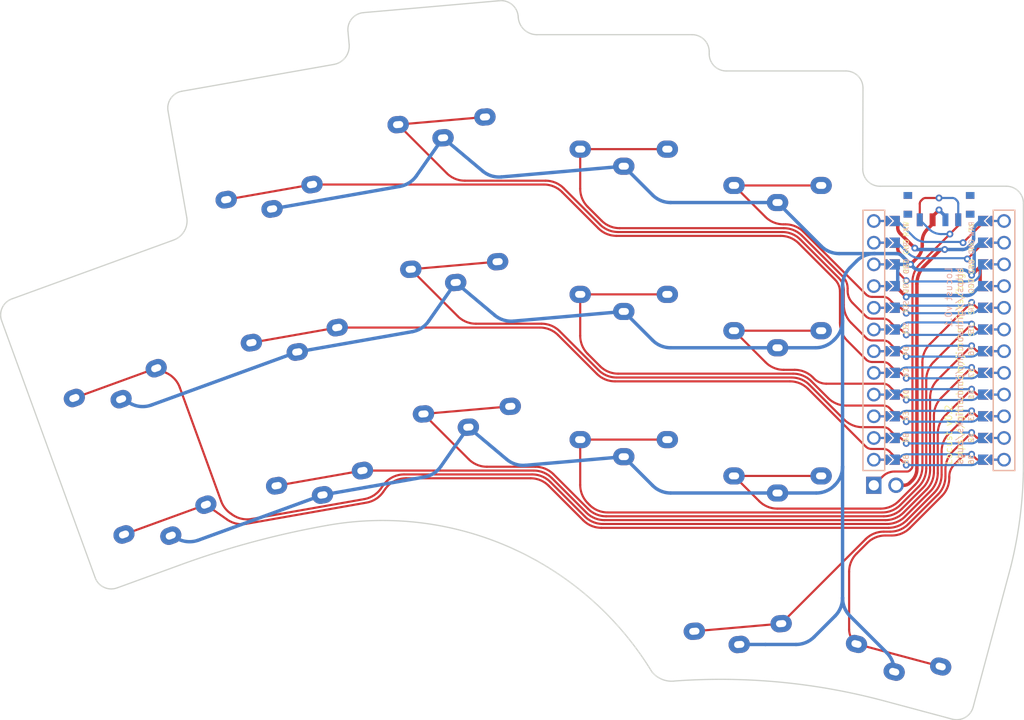
<source format=kicad_pcb>
(kicad_pcb (version 20210925) (generator pcbnew)
  (title_block (title "Cicada") (date "2021-10-04") (rev "0.1") (company "jmnw"))
  (layers (0 "F.Cu" signal) (31 "B.Cu" signal) (34 "B.Paste" user) (35 "F.Paste" user) (36 "B.SilkS" user "B.Silkscreen") (37 "F.SilkS" user "F.Silkscreen") (38 "B.Mask" user) (39 "F.Mask" user) (44 "Edge.Cuts" user))
  (net 0 "")
  (net 1 "unconnected-(PSW1-Pad3)")
  (net 2 "switch1")
  (net 3 "switch2")
  (net 4 "switch3")
  (net 5 "switch4")
  (net 6 "switch5")
  (net 7 "switch6")
  (net 8 "switch7")
  (net 9 "switch8")
  (net 10 "switch9")
  (net 11 "switch10")
  (net 12 "switch11")
  (net 13 "switch12")
  (net 14 "switch13")
  (net 15 "switch14")
  (net 16 "switch15")
  (net 17 "unconnected-(U1-Pad22)")
  (net 18 "unconnected-(U1-Pad2)")
  (net 19 "GND")
  (net 20 "VCC")
  (net 21 "Net-(BT1-Pad2)")
  (net 22 "raw")
  (net 23 "switch16")
  (net 24 "unconnected-(U1-Pad1)")
  (footprint "bugs:Choc_reversible" (layer "F.Cu") (at 60.299422 62.293319 10)
    (fp_text reference "SW2" hide)
    (fp_text value "SW_PUSH" hide)
  )
  (footprint "bugs:Choc_reversible" (layer "F.Cu") (at 80.824518 53.902315 5)
    (fp_text reference "SW3" hide)
    (fp_text value "SW_PUSH" hide)
  )
  (footprint "bugs:Choc_reversible" (layer "F.Cu") (at 102.494858 57.206343)
    (fp_text reference "SW4" hide)
    (fp_text value "SW_PUSH" hide)
  )
  (footprint "bugs:Choc_reversible" (layer "F.Cu") (at 120.494864 61.456344)
    (fp_text reference "SW5" hide)
    (fp_text value "SW_PUSH" hide)
  )
  (footprint "bugs:Choc_reversible" (layer "F.Cu") (at 63.251441 79.035053 10)
    (fp_text reference "SW7" hide)
    (fp_text value "SW_PUSH" hide)
  )
  (footprint "bugs:Choc_reversible" (layer "F.Cu") (at 82.306167 70.837623 5)
    (fp_text reference "SW8" hide)
    (fp_text value "SW_PUSH" hide)
  )
  (footprint "bugs:Choc_reversible" (layer "F.Cu") (at 102.494871 74.206343)
    (fp_text reference "SW9" hide)
    (fp_text value "SW_PUSH" hide)
  )
  (footprint "bugs:Choc_reversible" (layer "F.Cu") (at 120.494865 78.456346)
    (fp_text reference "SW10" hide)
    (fp_text value "SW_PUSH" hide)
  )
  (footprint "bugs:Choc_reversible" (layer "F.Cu") (at 66.203461 95.776792 10)
    (fp_text reference "SW11" hide)
    (fp_text value "SW_PUSH" hide)
  )
  (footprint "bugs:Choc_reversible" (layer "F.Cu") (at 83.787804 87.772947 5)
    (fp_text reference "SW12" hide)
    (fp_text value "SW_PUSH" hide)
  )
  (footprint "bugs:Choc_reversible" (layer "F.Cu") (at 102.49487 91.206341)
    (fp_text reference "SW13" hide)
    (fp_text value "SW_PUSH" hide)
  )
  (footprint "bugs:Choc_reversible" (layer "F.Cu") (at 115.493093 113.208478 5)
    (fp_text reference "SW15" hide)
    (fp_text value "SW_PUSH" hide)
  )
  (footprint "bugs:Choc_reversible" (layer "F.Cu") (at 135.672819 116.579878 -15)
    (fp_text reference "SW16" hide)
    (fp_text value "SW_PUSH" hide)
  )
  (footprint "bugs:ProMicro_jumpers" (layer "F.Cu") (at 139.384867 83.486346)
    (fp_text reference "U1" hide)
    (fp_text value "ProMicro")
  )
  (footprint "bugs:Choc_reversible" (layer "F.Cu") (at 47.451839 100.801167 20)
    (fp_text reference "SW6" hide)
    (fp_text value "SW_PUSH" hide)
  )
  (footprint "bugs:Choc_reversible" (layer "F.Cu") (at 41.637494 84.8264 20)
    (fp_text reference "SW1" hide)
    (fp_text value "SW_PUSH" hide)
  )
  (footprint "bugs:Battery_holes" (layer "F.Cu") (at 133.062606 100.452098 180)
    (fp_text reference "BT1" hide)
    (fp_text value "Battery_Cell")
  )
  (footprint "bugs:Choc_reversible" (layer "F.Cu") (at 120.494867 95.456346)
    (fp_text reference "SW14" hide)
    (fp_text value "SW_PUSH" hide)
  )
  (footprint "bugs:Power_reversible" (layer "F.Cu") (at 139.393341 67.623157 180)
    (fp_text reference "PSW1" hide)
    (fp_text value "SW_SPDT")
  )
  (gr_arc (start 85.545766 205.46248) (end 67.853328 105.132673) (angle -9.999121664) (layer "Edge.Cuts") (width 0.15))
  (gr_line (start 30.870328 78.635657) (end 49.806346 71.743508) (layer "Edge.Cuts") (width 0.15))
  (gr_line (start 50.701495 109.728636) (end 43.183183 112.464287) (layer "Edge.Cuts") (width 0.15))
  (gr_arc (start 72.200655 47.117941) (end 72.026343 45.125546) (angle -90) (layer "Edge.Cuts") (width 0.15))
  (gr_arc (start 99.35345 97.913162) (end 147.791847 109.99194) (angle -14.00185829) (layer "Edge.Cuts") (width 0.15))
  (gr_arc (start 147.275269 67.44594) (end 149.275272 67.445943) (angle -90) (layer "Edge.Cuts") (width 0.15))
  (gr_line (start 112.494884 49.706792) (end 112.495279 49.955936) (layer "Edge.Cuts") (width 0.15))
  (gr_line (start 133.214281 125.755736) (end 140.941679 127.826285) (layer "Edge.Cuts") (width 0.15))
  (gr_line (start 90.13216 45.549137) (end 90.146627 45.714507) (layer "Edge.Cuts") (width 0.15))
  (gr_arc (start 51.118287 56.296082) (end 50.770987 54.326467) (angle -90) (layer "Edge.Cuts") (width 0.15))
  (gr_arc (start 68.174652 49.041445) (end 68.553662 51.190899) (angle -84.99985992) (layer "Edge.Cuts") (width 0.15))
  (gr_line (start 132.469399 65.445933) (end 147.275272 65.445947) (layer "Edge.Cuts") (width 0.15))
  (gr_arc (start 113.817045 197.142315) (end 108.351573 123.36952) (angle 19.43846695) (layer "Edge.Cuts") (width 0.15))
  (gr_arc (start 31.554358 80.51505) (end 30.870328 78.635657) (angle -90) (layer "Edge.Cuts") (width 0.15))
  (gr_line (start 114.495282 51.955942) (end 128.49506 51.956155) (layer "Edge.Cuts") (width 0.15))
  (gr_arc (start 141.459322 125.894435) (end 140.941679 127.826285) (angle -90) (layer "Edge.Cuts") (width 0.15))
  (gr_line (start 143.391173 126.412071) (end 147.791847 109.99194) (layer "Edge.Cuts") (width 0.15))
  (gr_arc (start 128.49506 53.956159) (end 130.495061 53.956158) (angle -90) (layer "Edge.Cuts") (width 0.15))
  (gr_arc (start 42.499142 110.5849) (end 40.619755 111.268942) (angle -90) (layer "Edge.Cuts") (width 0.15))
  (gr_line (start 149.275272 67.445943) (end 149.275145 97.913218) (layer "Edge.Cuts") (width 0.15))
  (gr_arc (start 114.495275 49.955942) (end 112.495279 49.955936) (angle -90) (layer "Edge.Cuts") (width 0.15))
  (gr_line (start 92.320939 47.706891) (end 110.494885 47.706788) (layer "Edge.Cuts") (width 0.15))
  (gr_arc (start 108.092905 120.413812) (end 105.785147 122.286285) (angle -55.94629929) (layer "Edge.Cuts") (width 0.15))
  (gr_arc (start 92.320931 45.524275) (end 90.146627 45.714507) (angle -85.00013873) (layer "Edge.Cuts") (width 0.15))
  (gr_line (start 51.338431 69.089856) (end 49.148665 56.643377) (layer "Edge.Cuts") (width 0.15))
  (gr_arc (start 48.991138 69.503748) (end 49.806346 71.743508) (angle -79.99998711) (layer "Edge.Cuts") (width 0.15))
  (gr_arc (start 88.139767 45.723447) (end 90.13216 45.549137) (angle -90) (layer "Edge.Cuts") (width 0.15))
  (gr_line (start 29.674964 81.199082) (end 40.619755 111.268942) (layer "Edge.Cuts") (width 0.15))
  (gr_arc (start 74.261808 141.477749) (end 105.785147 122.286285) (angle -68.66666424) (layer "Edge.Cuts") (width 0.15))
  (gr_line (start 70.208269 47.292251) (end 70.348963 48.851219) (layer "Edge.Cuts") (width 0.15))
  (gr_line (start 72.026343 45.125546) (end 87.965461 43.731057) (layer "Edge.Cuts") (width 0.15))
  (gr_line (start 50.770987 54.326467) (end 68.553662 51.190899) (layer "Edge.Cuts") (width 0.15))
  (gr_arc (start 110.494887 49.706785) (end 112.494884 49.706792) (angle -90) (layer "Edge.Cuts") (width 0.15))
  (gr_line (start 130.495061 53.956158) (end 130.469401 63.445945) (layer "Edge.Cuts") (width 0.15))
  (gr_arc (start 132.469403 63.445942) (end 130.469401 63.445945) (angle -90) (layer "Edge.Cuts") (width 0.15))
  (gr_text "Locust v0.1\nhttps://github.com/jimmerricks/bugs" (at 141.170001 74.890001 90) (layer "B.SilkS") (effects (font (size 0.8 0.8) (thickness 0.1)) (justify left mirror)))
  (gr_text "Locust v0.2\nhttps://github.com/jimmerricks/bugs" (at 141.17 98.11 90) (layer "F.SilkS") (effects (font (size 0.8 0.8) (thickness 0.1)) (justify left)))
  (segment (start 137.143344 67.500121) (end 137.143343 69.373158) (width 0.25) (layer "F.Cu") (net 1))
  (segment (start 139.393348 66.823157) (end 137.82031 66.823155) (width 0.25) (layer "F.Cu") (net 1))
  (segment (start 137.466756 66.969603) (end 137.289791 67.146569) (width 0.25) (layer "F.Cu") (net 1))
  (via (at 139.393348 66.823157) (size 0.8) (drill 0.4) (layers "F.Cu" "B.Cu") (net 1))
  (arc (start 137.466756 66.969603) (mid 137.62897 66.861216) (end 137.82031 66.823155) (width 0.25) (layer "F.Cu") (net 1))
  (arc (start 137.143344 67.500121) (mid 137.181405 67.30878) (end 137.289791 67.146569) (width 0.25) (layer "F.Cu") (net 1))
  (segment (start 141.332769 66.969605) (end 141.496901 67.133737) (width 0.25) (layer "B.Cu") (net 1))
  (segment (start 141.643346 67.487288) (end 141.643347 69.37316) (width 0.25) (layer "B.Cu") (net 1))
  (segment (start 139.393348 66.823157) (end 140.979213 66.823157) (width 0.25) (layer "B.Cu") (net 1))
  (arc (start 140.979213 66.823157) (mid 141.170557 66.861216) (end 141.332769 66.969605) (width 0.25) (layer "B.Cu") (net 1))
  (arc (start 141.643346 67.487288) (mid 141.605284 67.295948) (end 141.496901 67.133737) (width 0.25) (layer "B.Cu") (net 1))
  (segment (start 140.126789 92.285416) (end 143.21086 89.201347) (width 0.25) (layer "F.Cu") (net 2))
  (segment (start 58.927691 104.395674) (end 72.126933 102.068293) (width 0.25) (layer "F.Cu") (net 2))
  (segment (start 144.210863 89.836346) (end 143.949413 89.836346) (width 0.25) (layer "F.Cu") (net 2))
  (segment (start 138.369429 101.158144) (end 135.4244 104.103173) (width 0.25) (layer "F.Cu") (net 2))
  (segment (start 93.892567 100.060133) (end 97.935604 104.103172) (width 0.25) (layer "F.Cu") (net 2))
  (segment (start 74.063446 100.834596) (end 74.325236 100.460724) (width 0.25) (layer "F.Cu") (net 2))
  (segment (start 76.782691 99.181453) (end 91.771246 99.181454) (width 0.25) (layer "F.Cu") (net 2))
  (segment (start 48.970868 87.309762) (end 47.763805 86.7469) (width 0.25) (layer "F.Cu") (net 2))
  (segment (start 143.772639 89.763123) (end 143.21086 89.201347) (width 0.25) (layer "F.Cu") (net 2))
  (segment (start 38.17894 90.235505) (end 47.763806 86.746899) (width 0.25) (layer "F.Cu") (net 2))
  (segment (start 139.24811 99.036824) (end 139.248107 94.40674) (width 0.25) (layer "F.Cu") (net 2))
  (segment (start 55.36646 102.31242) (end 50.522093 89.002625) (width 0.25) (layer "F.Cu") (net 2))
  (segment (start 133.303081 104.981854) (end 100.056923 104.981852) (width 0.25) (layer "F.Cu") (net 2))
  (segment (start 56.464811 103.743817) (end 56.686018 103.898707) (width 0.25) (layer "F.Cu") (net 2))
  (via (at 143.21086 89.201347) (size 0.8) (drill 0.4) (layers "F.Cu" "B.Cu") (net 2))
  (arc (start 139.24811 99.036824) (mid 139.01975 100.184876) (end 138.369429 101.158144) (width 0.25) (layer "F.Cu") (net 2))
  (arc (start 56.686018 103.898707) (mid 57.757428 104.37014) (end 58.927691 104.395674) (width 0.25) (layer "F.Cu") (net 2))
  (arc (start 74.325236 100.460724) (mid 75.397446 99.52042) (end 76.782691 99.181453) (width 0.25) (layer "F.Cu") (net 2))
  (arc (start 143.949413 89.836346) (mid 143.853745 89.817317) (end 143.772639 89.763123) (width 0.25) (layer "F.Cu") (net 2))
  (arc (start 55.36646 102.31242) (mid 55.805479 103.112645) (end 56.464811 103.743817) (width 0.25) (layer "F.Cu") (net 2))
  (arc (start 97.935604 104.103172) (mid 98.908873 104.753492) (end 100.056923 104.981852) (width 0.25) (layer "F.Cu") (net 2))
  (arc (start 91.771246 99.181454) (mid 92.919299 99.409816) (end 93.892567 100.060133) (width 0.25) (layer "F.Cu") (net 2))
  (arc (start 139.248107 94.40674) (mid 139.47647 93.258691) (end 140.126789 92.285416) (width 0.25) (layer "F.Cu") (net 2))
  (arc (start 72.126933 102.068293) (mid 73.217888 101.644043) (end 74.063446 100.834596) (width 0.25) (layer "F.Cu") (net 2))
  (arc (start 135.4244 104.103173) (mid 134.451131 104.753493) (end 133.303081 104.981854) (width 0.25) (layer "F.Cu") (net 2))
  (arc (start 48.970868 87.309762) (mid 49.914846 88.001914) (end 50.522093 89.002625) (width 0.25) (layer "F.Cu") (net 2))
  (segment (start 134.900971 89.494241) (end 134.558865 89.836344) (width 0.25) (layer "B.Cu") (net 2))
  (segment (start 143.21086 89.201347) (end 135.608076 89.201346) (width 0.25) (layer "B.Cu") (net 2))
  (arc (start 134.900971 89.494241) (mid 135.225393 89.277468) (end 135.608076 89.201346) (width 0.25) (layer "B.Cu") (net 2))
  (segment (start 127.80003 77.78677) (end 127.800027 81.428546) (width 0.25) (layer "F.Cu") (net 3))
  (segment (start 134.99709 87.369571) (end 135.558862 87.931343) (width 0.25) (layer "F.Cu") (net 3))
  (segment (start 134.558865 87.296345) (end 134.820312 87.296345) (width 0.25) (layer "F.Cu") (net 3))
  (segment (start 134.558862 87.296345) (end 133.576601 86.314083) (width 0.25) (layer "F.Cu") (net 3))
  (segment (start 99.523606 70.377928) (end 95.272822 66.127143) (width 0.25) (layer "F.Cu") (net 3))
  (segment (start 93.151502 65.248463) (end 65.999167 65.248463) (width 0.25) (layer "F.Cu") (net 3))
  (segment (start 120.855653 71.256608) (end 101.644927 71.256607) (width 0.25) (layer "F.Cu") (net 3))
  (segment (start 127.214244 76.372557) (end 122.976974 72.135287) (width 0.25) (layer "F.Cu") (net 3))
  (segment (start 130.857138 85.728294) (end 128.678709 83.549869) (width 0.25) (layer "F.Cu") (net 3))
  (segment (start 132.869496 86.02119) (end 131.564244 86.021187) (width 0.25) (layer "F.Cu") (net 3))
  (segment (start 55.954134 67.019676) (end 65.99917 65.248462) (width 0.25) (layer "F.Cu") (net 3))
  (via (at 135.558862 87.931343) (size 0.8) (drill 0.4) (layers "F.Cu" "B.Cu") (net 3))
  (arc (start 127.214244 76.372557) (mid 127.647788 77.021403) (end 127.80003 77.78677) (width 0.25) (layer "F.Cu") (net 3))
  (arc (start 95.272822 66.127143) (mid 94.299556 65.476826) (end 93.151502 65.248463) (width 0.25) (layer "F.Cu") (net 3))
  (arc (start 133.576601 86.314083) (mid 133.252178 86.097312) (end 132.869496 86.02119) (width 0.25) (layer "F.Cu") (net 3))
  (arc (start 131.564244 86.021187) (mid 131.181561 85.945067) (end 130.857138 85.728294) (width 0.25) (layer "F.Cu") (net 3))
  (arc (start 101.644927 71.256607) (mid 100.496876 71.028248) (end 99.523606 70.377928) (width 0.25) (layer "F.Cu") (net 3))
  (arc (start 134.820312 87.296345) (mid 134.915983 87.315376) (end 134.99709 87.369571) (width 0.25) (layer "F.Cu") (net 3))
  (arc (start 122.976974 72.135287) (mid 122.003702 71.484968) (end 120.855653 71.256608) (width 0.25) (layer "F.Cu") (net 3))
  (arc (start 128.678709 83.549869) (mid 128.028391 82.576598) (end 127.800027 81.428546) (width 0.25) (layer "F.Cu") (net 3))
  (segment (start 135.558862 87.931343) (end 143.161652 87.931345) (width 0.25) (layer "B.Cu") (net 3))
  (segment (start 143.868759 87.638451) (end 144.210864 87.296344) (width 0.25) (layer "B.Cu") (net 3))
  (arc (start 143.868759 87.638451) (mid 143.544336 87.855223) (end 143.161652 87.931345) (width 0.25) (layer "B.Cu") (net 3))
  (segment (start 130.877138 83.208297) (end 129.128229 81.45939) (width 0.25) (layer "F.Cu") (net 4))
  (segment (start 93.337701 64.798945) (end 83.893447 64.798948) (width 0.25) (layer "F.Cu") (net 4))
  (segment (start 127.663763 76.186357) (end 123.163174 71.685769) (width 0.25) (layer "F.Cu") (net 4))
  (segment (start 134.55886 84.756344) (end 134.820311 84.756345) (width 0.25) (layer "F.Cu") (net 4))
  (segment (start 121.041851 70.807088) (end 101.831128 70.807087) (width 0.25) (layer "F.Cu") (net 4))
  (segment (start 133.596599 83.794084) (end 133.596603 83.794083) (width 0.25) (layer "F.Cu") (net 4))
  (segment (start 128.249548 79.33807) (end 128.249549 77.600571) (width 0.25) (layer "F.Cu") (net 4))
  (segment (start 134.997089 84.829566) (end 135.558862 85.391343) (width 0.25) (layer "F.Cu") (net 4))
  (segment (start 76.083835 58.231969) (end 86.245019 57.342981) (width 0.25) (layer "F.Cu") (net 4))
  (segment (start 133.596603 83.794083) (end 134.558866 84.756344) (width 0.25) (layer "F.Cu") (net 4))
  (segment (start 99.709806 69.928408) (end 95.459022 65.677625) (width 0.25) (layer "F.Cu") (net 4))
  (segment (start 132.889492 83.501189) (end 131.584243 83.501189) (width 0.25) (layer "F.Cu") (net 4))
  (segment (start 81.772124 63.920267) (end 76.083832 58.23197) (width 0.25) (layer "F.Cu") (net 4))
  (via (at 135.558862 85.391343) (size 0.8) (drill 0.4) (layers "F.Cu" "B.Cu") (net 4))
  (arc (start 83.893447 64.798948) (mid 82.745396 64.570587) (end 81.772124 63.920267) (width 0.25) (layer "F.Cu") (net 4))
  (arc (start 129.128229 81.45939) (mid 128.47791 80.486119) (end 128.249548 79.33807) (width 0.25) (layer "F.Cu") (net 4))
  (arc (start 127.663763 76.186357) (mid 128.097306 76.835203) (end 128.249549 77.600571) (width 0.25) (layer "F.Cu") (net 4))
  (arc (start 95.459022 65.677625) (mid 94.485754 65.027306) (end 93.337701 64.798945) (width 0.25) (layer "F.Cu") (net 4))
  (arc (start 123.163174 71.685769) (mid 122.189903 71.035448) (end 121.041851 70.807088) (width 0.25) (layer "F.Cu") (net 4))
  (arc (start 131.584243 83.501189) (mid 131.201561 83.425068) (end 130.877138 83.208297) (width 0.25) (layer "F.Cu") (net 4))
  (arc (start 133.596599 83.794084) (mid 133.272177 83.577311) (end 132.889492 83.501189) (width 0.25) (layer "F.Cu") (net 4))
  (arc (start 134.997089 84.829566) (mid 134.915983 84.775374) (end 134.820311 84.756345) (width 0.25) (layer "F.Cu") (net 4))
  (arc (start 101.831128 70.807087) (mid 100.683075 70.578725) (end 99.709806 69.928408) (width 0.25) (layer "F.Cu") (net 4))
  (segment (start 135.558862 85.391343) (end 143.161649 85.391347) (width 0.25) (layer "B.Cu") (net 4))
  (segment (start 143.868756 85.098452) (end 144.210862 84.756343) (width 0.25) (layer "B.Cu") (net 4))
  (arc (start 143.161649 85.391347) (mid 143.544333 85.315227) (end 143.868756 85.098452) (width 0.25) (layer "B.Cu") (net 4))
  (segment (start 129.284857 79.116015) (end 130.827135 80.658295) (width 0.25) (layer "F.Cu") (net 5))
  (segment (start 102.017324 70.357568) (end 121.228049 70.357566) (width 0.25) (layer "F.Cu") (net 5))
  (segment (start 134.997084 82.289569) (end 135.558863 82.851348) (width 0.25) (layer "F.Cu") (net 5))
  (segment (start 97.39486 61.10634) (end 107.594856 61.106339) (width 0.25) (layer "F.Cu") (net 5))
  (segment (start 128.699069 77.414375) (end 128.699069 77.701805) (width 0.25) (layer "F.Cu") (net 5))
  (segment (start 123.349371 71.236246) (end 128.113283 76.000161) (width 0.25) (layer "F.Cu") (net 5))
  (segment (start 98.273535 67.856419) (end 99.896001 69.478886) (width 0.25) (layer "F.Cu") (net 5))
  (segment (start 131.534243 80.951189) (end 132.879496 80.95119) (width 0.25) (layer "F.Cu") (net 5))
  (segment (start 133.586603 81.244082) (end 134.558866 82.216346) (width 0.25) (layer "F.Cu") (net 5))
  (segment (start 97.394856 61.106346) (end 97.394856 65.735099) (width 0.25) (layer "F.Cu") (net 5))
  (segment (start 134.558864 82.216346) (end 134.820308 82.216346) (width 0.25) (layer "F.Cu") (net 5))
  (via (at 135.558863 82.851348) (size 0.8) (drill 0.4) (layers "F.Cu" "B.Cu") (net 5))
  (arc (start 132.879496 80.95119) (mid 133.262178 81.027309) (end 133.586603 81.244082) (width 0.25) (layer "F.Cu") (net 5))
  (arc (start 99.896001 69.478886) (mid 100.869272 70.129205) (end 102.017324 70.357568) (width 0.25) (layer "F.Cu") (net 5))
  (arc (start 134.997084 82.289569) (mid 134.91598 82.235375) (end 134.820308 82.216346) (width 0.25) (layer "F.Cu") (net 5))
  (arc (start 97.394856 65.735099) (mid 97.623217 66.883147) (end 98.273535 67.856419) (width 0.25) (layer "F.Cu") (net 5))
  (arc (start 128.699069 77.414375) (mid 128.546828 76.649007) (end 128.113283 76.000161) (width 0.25) (layer "F.Cu") (net 5))
  (arc (start 130.827135 80.658295) (mid 131.151558 80.875069) (end 131.534243 80.951189) (width 0.25) (layer "F.Cu") (net 5))
  (arc (start 121.228049 70.357566) (mid 122.376101 70.585929) (end 123.349371 71.236246) (width 0.25) (layer "F.Cu") (net 5))
  (arc (start 128.699069 77.701805) (mid 128.851312 78.467171) (end 129.284857 79.116015) (width 0.25) (layer "F.Cu") (net 5))
  (segment (start 135.558863 82.851348) (end 143.161649 82.851346) (width 0.25) (layer "B.Cu") (net 5))
  (segment (start 143.868756 82.558453) (end 144.210863 82.216345) (width 0.25) (layer "B.Cu") (net 5))
  (arc (start 143.868756 82.558453) (mid 143.544332 82.775225) (end 143.161649 82.851346) (width 0.25) (layer "B.Cu") (net 5))
  (segment (start 132.869493 78.401189) (end 131.564241 78.401187) (width 0.25) (layer "F.Cu") (net 6))
  (segment (start 134.558864 79.676345) (end 133.576599 78.694081) (width 0.25) (layer "F.Cu") (net 6))
  (segment (start 121.414247 69.908048) (end 121.189208 69.908049) (width 0.25) (layer "F.Cu") (net 6))
  (segment (start 119.067886 69.029368) (end 115.394863 65.356344) (width 0.25) (layer "F.Cu") (net 6))
  (segment (start 130.857133 78.108295) (end 123.535566 70.786729) (width 0.25) (layer "F.Cu") (net 6))
  (segment (start 115.394862 65.356343) (end 125.594862 65.356345) (width 0.25) (layer "F.Cu") (net 6))
  (segment (start 134.997083 79.74957) (end 135.558864 80.311343) (width 0.25) (layer "F.Cu") (net 6))
  (segment (start 134.55886 79.676345) (end 134.820309 79.676348) (width 0.25) (layer "F.Cu") (net 6))
  (via (at 135.558864 80.311343) (size 0.8) (drill 0.4) (layers "F.Cu" "B.Cu") (net 6))
  (arc (start 121.414247 69.908048) (mid 122.562299 70.13641) (end 123.535566 70.786729) (width 0.25) (layer "F.Cu") (net 6))
  (arc (start 133.576599 78.694081) (mid 133.252176 78.477309) (end 132.869493 78.401189) (width 0.25) (layer "F.Cu") (net 6))
  (arc (start 119.067886 69.029368) (mid 120.041157 69.679686) (end 121.189208 69.908049) (width 0.25) (layer "F.Cu") (net 6))
  (arc (start 131.564241 78.401187) (mid 131.181558 78.325066) (end 130.857133 78.108295) (width 0.25) (layer "F.Cu") (net 6))
  (arc (start 134.997083 79.74957) (mid 134.915977 79.695378) (end 134.820309 79.676348) (width 0.25) (layer "F.Cu") (net 6))
  (segment (start 143.868757 80.018452) (end 144.210862 79.676345) (width 0.25) (layer "B.Cu") (net 6))
  (segment (start 135.558864 80.311343) (end 143.161647 80.311347) (width 0.25) (layer "B.Cu") (net 6))
  (arc (start 143.161647 80.311347) (mid 143.544335 80.235228) (end 143.868757 80.018452) (width 0.25) (layer "B.Cu") (net 6))
  (segment (start 58.308595 104.961293) (end 72.388359 102.478651) (width 0.25) (layer "F.Cu") (net 7))
  (segment (start 99.870727 105.431373) (end 133.489279 105.431373) (width 0.25) (layer "F.Cu") (net 7))
  (segment (start 143.210864 91.741346) (end 140.576304 94.375905) (width 0.25) (layer "F.Cu") (net 7))
  (segment (start 74.324874 101.244956) (end 74.558431 100.9114) (width 0.25) (layer "F.Cu") (net 7))
  (segment (start 53.57815 102.721665) (end 56.066925 104.464325) (width 0.25) (layer "F.Cu") (net 7))
  (segment (start 144.210865 92.376348) (end 143.949416 92.376345) (width 0.25) (layer "F.Cu") (net 7))
  (segment (start 53.57815 102.721665) (end 43.993283 106.210273) (width 0.25) (layer "F.Cu") (net 7))
  (segment (start 135.610601 104.552692) (end 138.818947 101.344346) (width 0.25) (layer "F.Cu") (net 7))
  (segment (start 139.697625 99.223028) (end 139.697625 96.497225) (width 0.25) (layer "F.Cu") (net 7))
  (segment (start 93.707519 100.510806) (end 97.749406 104.552692) (width 0.25) (layer "F.Cu") (net 7))
  (segment (start 53.58919 102.717648) (end 53.57815 102.721667) (width 0.25) (layer "F.Cu") (net 7))
  (segment (start 77.015888 99.632127) (end 91.586199 99.632128) (width 0.25) (layer "F.Cu") (net 7))
  (segment (start 143.77264 92.303122) (end 143.210864 91.741346) (width 0.25) (layer "F.Cu") (net 7))
  (via (at 143.210864 91.741346) (size 0.8) (drill 0.4) (layers "F.Cu" "B.Cu") (net 7))
  (arc (start 139.697625 96.497225) (mid 139.925987 95.349174) (end 140.576304 94.375905) (width 0.25) (layer "F.Cu") (net 7))
  (arc (start 91.586199 99.632128) (mid 92.73425 99.86049) (end 93.707519 100.510806) (width 0.25) (layer "F.Cu") (net 7))
  (arc (start 139.697625 99.223028) (mid 139.469267 100.371077) (end 138.818947 101.344346) (width 0.25) (layer "F.Cu") (net 7))
  (arc (start 74.558431 100.9114) (mid 75.630642 99.971097) (end 77.015888 99.632127) (width 0.25) (layer "F.Cu") (net 7))
  (arc (start 72.388359 102.478651) (mid 73.479316 102.054402) (end 74.324874 101.244956) (width 0.25) (layer "F.Cu") (net 7))
  (arc (start 143.77264 92.303122) (mid 143.853746 92.357315) (end 143.949416 92.376345) (width 0.25) (layer "F.Cu") (net 7))
  (arc (start 97.749406 104.552692) (mid 98.722675 105.203012) (end 99.870727 105.431373) (width 0.25) (layer "F.Cu") (net 7))
  (arc (start 133.489279 105.431373) (mid 134.637331 105.20301) (end 135.610601 104.552692) (width 0.25) (layer "F.Cu") (net 7))
  (arc (start 56.066925 104.464325) (mid 57.138333 104.935757) (end 58.308595 104.961293) (width 0.25) (layer "F.Cu") (net 7))
  (segment (start 143.210864 91.741346) (end 135.608075 91.741346) (width 0.25) (layer "B.Cu") (net 7))
  (segment (start 134.90097 92.034235) (end 134.55886 92.376342) (width 0.25) (layer "B.Cu") (net 7))
  (arc (start 135.608075 91.741346) (mid 135.225394 91.817464) (end 134.90097 92.034235) (width 0.25) (layer "B.Cu") (net 7))
  (segment (start 130.807138 95.908295) (end 124.064124 89.165287) (width 0.25) (layer "F.Cu") (net 8))
  (segment (start 58.90615 83.761413) (end 68.951187 81.990204) (width 0.25) (layer "F.Cu") (net 8))
  (segment (start 92.68324 81.990198) (end 68.951188 81.990199) (width 0.25) (layer "F.Cu") (net 8))
  (segment (start 99.343606 87.407926) (end 94.804558 82.868878) (width 0.25) (layer "F.Cu") (net 8))
  (segment (start 134.558866 97.456347) (end 133.596599 96.494081) (width 0.25) (layer "F.Cu") (net 8))
  (segment (start 121.942804 88.286608) (end 101.464928 88.286608) (width 0.25) (layer "F.Cu") (net 8))
  (segment (start 134.55886 97.456342) (end 134.820307 97.456344) (width 0.25) (layer "F.Cu") (net 8))
  (segment (start 134.997084 97.529567) (end 135.558861 98.091344) (width 0.25) (layer "F.Cu") (net 8))
  (segment (start 132.889491 96.201189) (end 131.514242 96.201189) (width 0.25) (layer "F.Cu") (net 8))
  (via (at 135.558861 98.091344) (size 0.8) (drill 0.4) (layers "F.Cu" "B.Cu") (net 8))
  (arc (start 134.997084 97.529567) (mid 134.915978 97.475375) (end 134.820307 97.456344) (width 0.25) (layer "F.Cu") (net 8))
  (arc (start 92.68324 81.990198) (mid 93.831288 82.218559) (end 94.804558 82.868878) (width 0.25) (layer "F.Cu") (net 8))
  (arc (start 132.889491 96.201189) (mid 133.272176 96.277307) (end 133.596599 96.494081) (width 0.25) (layer "F.Cu") (net 8))
  (arc (start 130.807138 95.908295) (mid 131.131557 96.125067) (end 131.514242 96.201189) (width 0.25) (layer "F.Cu") (net 8))
  (arc (start 121.942804 88.286608) (mid 123.090856 88.514969) (end 124.064124 89.165287) (width 0.25) (layer "F.Cu") (net 8))
  (arc (start 101.464928 88.286608) (mid 100.316877 88.058244) (end 99.343606 87.407926) (width 0.25) (layer "F.Cu") (net 8))
  (segment (start 135.558861 98.091344) (end 143.161648 98.091346) (width 0.25) (layer "B.Cu") (net 8))
  (segment (start 143.868754 97.798453) (end 144.210862 97.456346) (width 0.25) (layer "B.Cu") (net 8))
  (arc (start 143.161648 98.091346) (mid 143.544333 98.015226) (end 143.868754 97.798453) (width 0.25) (layer "B.Cu") (net 8))
  (segment (start 101.651126 87.837086) (end 122.129001 87.837085) (width 0.25) (layer "F.Cu") (net 9))
  (segment (start 77.565482 75.16728) (end 87.726667 74.278291) (width 0.25) (layer "F.Cu") (net 9))
  (segment (start 77.565482 75.16728) (end 77.565483 75.167277) (width 0.25) (layer "F.Cu") (net 9))
  (segment (start 124.250324 88.715764) (end 128.307065 92.772508) (width 0.25) (layer "F.Cu") (net 9))
  (segment (start 133.586602 93.944082) (end 134.558864 94.916345) (width 0.25) (layer "F.Cu") (net 9))
  (segment (start 94.990762 82.419361) (end 99.529807 86.958407) (width 0.25) (layer "F.Cu") (net 9))
  (segment (start 130.428387 93.651191) (end 132.879497 93.65119) (width 0.25) (layer "F.Cu") (net 9))
  (segment (start 134.997088 94.989567) (end 135.558863 95.551343) (width 0.25) (layer "F.Cu") (net 9))
  (segment (start 85.181528 81.540682) (end 92.86944 81.540683) (width 0.25) (layer "F.Cu") (net 9))
  (segment (start 134.558866 94.916343) (end 134.820311 94.916343) (width 0.25) (layer "F.Cu") (net 9))
  (segment (start 77.565483 75.167277) (end 83.060206 80.662003) (width 0.25) (layer "F.Cu") (net 9))
  (via (at 135.558863 95.551343) (size 0.8) (drill 0.4) (layers "F.Cu" "B.Cu") (net 9))
  (arc (start 134.997088 94.989567) (mid 134.915982 94.935374) (end 134.820311 94.916343) (width 0.25) (layer "F.Cu") (net 9))
  (arc (start 128.307065 92.772508) (mid 129.280337 93.422829) (end 130.428387 93.651191) (width 0.25) (layer "F.Cu") (net 9))
  (arc (start 92.86944 81.540683) (mid 94.017491 81.769044) (end 94.990762 82.419361) (width 0.25) (layer "F.Cu") (net 9))
  (arc (start 83.060206 80.662003) (mid 84.033478 81.312323) (end 85.181528 81.540682) (width 0.25) (layer "F.Cu") (net 9))
  (arc (start 122.129001 87.837085) (mid 123.277052 88.065446) (end 124.250324 88.715764) (width 0.25) (layer "F.Cu") (net 9))
  (arc (start 99.529807 86.958407) (mid 100.503077 87.608725) (end 101.651126 87.837086) (width 0.25) (layer "F.Cu") (net 9))
  (arc (start 132.879497 93.65119) (mid 133.262177 93.72731) (end 133.586602 93.944082) (width 0.25) (layer "F.Cu") (net 9))
  (segment (start 135.558863 95.551343) (end 143.161646 95.551348) (width 0.25) (layer "B.Cu") (net 9))
  (segment (start 143.868758 95.258449) (end 144.210864 94.91634) (width 0.25) (layer "B.Cu") (net 9))
  (arc (start 143.161646 95.551348) (mid 143.544333 95.475226) (end 143.868758 95.258449) (width 0.25) (layer "B.Cu") (net 9))
  (segment (start 133.596601 91.414084) (end 134.558862 92.376345) (width 0.25) (layer "F.Cu") (net 10))
  (segment (start 97.394869 78.106343) (end 97.394869 82.945113) (width 0.25) (layer "F.Cu") (net 10))
  (segment (start 128.534104 91.121189) (end 132.889494 91.121191) (width 0.25) (layer "F.Cu") (net 10))
  (segment (start 134.997085 92.449567) (end 135.558864 93.011341) (width 0.25) (layer "F.Cu") (net 10))
  (segment (start 97.394872 78.106339) (end 107.594868 78.10634) (width 0.25) (layer "F.Cu") (net 10))
  (segment (start 101.837321 87.387568) (end 122.315202 87.387567) (width 0.25) (layer "F.Cu") (net 10))
  (segment (start 124.436521 88.266246) (end 126.412786 90.242509) (width 0.25) (layer "F.Cu") (net 10))
  (segment (start 134.55886 92.376342) (end 134.820309 92.376343) (width 0.25) (layer "F.Cu") (net 10))
  (segment (start 98.273547 85.066434) (end 99.716003 86.508888) (width 0.25) (layer "F.Cu") (net 10))
  (via (at 135.558864 93.011341) (size 0.8) (drill 0.4) (layers "F.Cu" "B.Cu") (net 10))
  (arc (start 98.273547 85.066434) (mid 97.623229 84.093163) (end 97.394869 82.945113) (width 0.25) (layer "F.Cu") (net 10))
  (arc (start 101.837321 87.387568) (mid 100.689274 87.159207) (end 99.716003 86.508888) (width 0.25) (layer "F.Cu") (net 10))
  (arc (start 134.820309 92.376343) (mid 134.91598 92.395373) (end 134.997085 92.449567) (width 0.25) (layer "F.Cu") (net 10))
  (arc (start 133.596601 91.414084) (mid 133.272176 91.197311) (end 132.889494 91.121191) (width 0.25) (layer "F.Cu") (net 10))
  (arc (start 126.412786 90.242509) (mid 127.386055 90.892827) (end 128.534104 91.121189) (width 0.25) (layer "F.Cu") (net 10))
  (arc (start 122.315202 87.387567) (mid 123.463252 87.615928) (end 124.436521 88.266246) (width 0.25) (layer "F.Cu") (net 10))
  (segment (start 143.868755 92.718453) (end 144.210865 92.376348) (width 0.25) (layer "B.Cu") (net 10))
  (segment (start 135.558864 93.011341) (end 143.16165 93.011345) (width 0.25) (layer "B.Cu") (net 10))
  (arc (start 143.16165 93.011345) (mid 143.544334 92.935226) (end 143.868755 92.718453) (width 0.25) (layer "B.Cu") (net 10))
  (segment (start 124.622726 87.816729) (end 124.781395 87.975402) (width 0.25) (layer "F.Cu") (net 11))
  (segment (start 133.576603 88.854081) (end 134.558866 89.836345) (width 0.25) (layer "F.Cu") (net 11))
  (segment (start 115.394866 82.356344) (end 119.097887 86.059367) (width 0.25) (layer "F.Cu") (net 11))
  (segment (start 126.195611 88.56119) (end 132.869495 88.561189) (width 0.25) (layer "F.Cu") (net 11))
  (segment (start 134.558865 89.836344) (end 134.820305 89.836344) (width 0.25) (layer "F.Cu") (net 11))
  (segment (start 115.394864 82.356345) (end 125.594865 82.356345) (width 0.25) (layer "F.Cu") (net 11))
  (segment (start 121.21921 86.938046) (end 122.5014 86.938044) (width 0.25) (layer "F.Cu") (net 11))
  (segment (start 134.997085 89.909566) (end 135.558863 90.471345) (width 0.25) (layer "F.Cu") (net 11))
  (via (at 135.558863 90.471345) (size 0.8) (drill 0.4) (layers "F.Cu" "B.Cu") (net 11))
  (arc (start 134.820305 89.836344) (mid 134.915978 89.855371) (end 134.997085 89.909566) (width 0.25) (layer "F.Cu") (net 11))
  (arc (start 119.097887 86.059367) (mid 120.071158 86.709685) (end 121.21921 86.938046) (width 0.25) (layer "F.Cu") (net 11))
  (arc (start 124.781395 87.975402) (mid 125.430243 88.408947) (end 126.195611 88.56119) (width 0.25) (layer "F.Cu") (net 11))
  (arc (start 122.5014 86.938044) (mid 123.649453 87.166405) (end 124.622726 87.816729) (width 0.25) (layer "F.Cu") (net 11))
  (arc (start 132.869495 88.561189) (mid 133.252178 88.637309) (end 133.576603 88.854081) (width 0.25) (layer "F.Cu") (net 11))
  (segment (start 143.868757 90.178454) (end 144.210863 89.836346) (width 0.25) (layer "B.Cu") (net 11))
  (segment (start 135.558863 90.471345) (end 143.161651 90.471346) (width 0.25) (layer "B.Cu") (net 11))
  (arc (start 143.161651 90.471346) (mid 143.544333 90.395226) (end 143.868757 90.178454) (width 0.25) (layer "B.Cu") (net 11))
  (segment (start 143.772642 87.223124) (end 143.210866 86.661345) (width 0.25) (layer "F.Cu") (net 12))
  (segment (start 133.116883 104.532334) (end 100.243123 104.532333) (width 0.25) (layer "F.Cu") (net 12))
  (segment (start 91.957446 98.731935) (end 71.903207 98.731937) (width 0.25) (layer "F.Cu") (net 12))
  (segment (start 61.858167 100.503145) (end 71.903209 98.731933) (width 0.25) (layer "F.Cu") (net 12))
  (segment (start 98.121804 103.653654) (end 94.078765 99.610616) (width 0.25) (layer "F.Cu") (net 12))
  (segment (start 143.210866 86.661345) (end 143.210867 86.661346) (width 0.25) (layer "F.Cu") (net 12))
  (segment (start 138.79859 92.316263) (end 138.798589 98.850627) (width 0.25) (layer "F.Cu") (net 12))
  (segment (start 144.210864 87.296344) (end 143.949419 87.296345) (width 0.25) (layer "F.Cu") (net 12))
  (segment (start 137.91991 100.971948) (end 135.238204 103.653653) (width 0.25) (layer "F.Cu") (net 12))
  (segment (start 143.210867 86.661346) (end 139.677271 90.194943) (width 0.25) (layer "F.Cu") (net 12))
  (via (at 143.210866 86.661345) (size 0.8) (drill 0.4) (layers "F.Cu" "B.Cu") (net 12))
  (arc (start 139.677271 90.194943) (mid 139.02695 91.168212) (end 138.79859 92.316263) (width 0.25) (layer "F.Cu") (net 12))
  (arc (start 100.243123 104.532333) (mid 99.095075 104.303971) (end 98.121804 103.653654) (width 0.25) (layer "F.Cu") (net 12))
  (arc (start 135.238204 103.653653) (mid 134.264933 104.303972) (end 133.116883 104.532334) (width 0.25) (layer "F.Cu") (net 12))
  (arc (start 137.91991 100.971948) (mid 138.570227 99.998678) (end 138.798589 98.850627) (width 0.25) (layer "F.Cu") (net 12))
  (arc (start 143.772642 87.223124) (mid 143.853747 87.277316) (end 143.949419 87.296345) (width 0.25) (layer "F.Cu") (net 12))
  (arc (start 94.078765 99.610616) (mid 93.105494 98.960296) (end 91.957446 98.731935) (width 0.25) (layer "F.Cu") (net 12))
  (segment (start 143.210866 86.661345) (end 135.608078 86.661348) (width 0.25) (layer "B.Cu") (net 12))
  (segment (start 134.900972 86.954237) (end 134.558862 87.296345) (width 0.25) (layer "B.Cu") (net 12))
  (arc (start 135.608078 86.661348) (mid 135.225396 86.737467) (end 134.900972 86.954237) (width 0.25) (layer "B.Cu") (net 12))
  (segment (start 86.469575 98.282416) (end 92.143641 98.282418) (width 0.25) (layer "F.Cu") (net 13))
  (segment (start 135.052007 103.204133) (end 137.470391 100.785751) (width 0.25) (layer "F.Cu") (net 13))
  (segment (start 138.34907 90.225783) (end 138.349068 90.225781) (width 0.25) (layer "F.Cu") (net 13))
  (segment (start 143.772643 84.683121) (end 143.210864 84.121347) (width 0.25) (layer "F.Cu") (net 13))
  (segment (start 144.210862 84.756343) (end 143.949419 84.756344) (width 0.25) (layer "F.Cu") (net 13))
  (segment (start 79.047117 92.102601) (end 89.208303 91.213612) (width 0.25) (layer "F.Cu") (net 13))
  (segment (start 139.227748 88.104461) (end 139.227752 88.10446) (width 0.25) (layer "F.Cu") (net 13))
  (segment (start 100.42932 104.082813) (end 132.930685 104.082813) (width 0.25) (layer "F.Cu") (net 13))
  (segment (start 79.047116 92.102602) (end 84.348255 97.403738) (width 0.25) (layer "F.Cu") (net 13))
  (segment (start 94.264962 99.161094) (end 98.308 103.204134) (width 0.25) (layer "F.Cu") (net 13))
  (segment (start 138.349069 98.664429) (end 138.34907 90.225783) (width 0.25) (layer "F.Cu") (net 13))
  (segment (start 139.227752 88.10446) (end 143.210864 84.121347) (width 0.25) (layer "F.Cu") (net 13))
  (via (at 143.210864 84.121347) (size 0.8) (drill 0.4) (layers "F.Cu" "B.Cu") (net 13))
  (arc (start 137.470391 100.785751) (mid 138.120708 99.812478) (end 138.349069 98.664429) (width 0.25) (layer "F.Cu") (net 13))
  (arc (start 92.143641 98.282418) (mid 93.29169 98.510776) (end 94.264962 99.161094) (width 0.25) (layer "F.Cu") (net 13))
  (arc (start 98.308 103.204134) (mid 99.281269 103.854454) (end 100.42932 104.082813) (width 0.25) (layer "F.Cu") (net 13))
  (arc (start 138.349068 90.225781) (mid 138.57743 89.077729) (end 139.227748 88.104461) (width 0.25) (layer "F.Cu") (net 13))
  (arc (start 84.348255 97.403738) (mid 85.321524 98.054054) (end 86.469575 98.282416) (width 0.25) (layer "F.Cu") (net 13))
  (arc (start 135.052007 103.204133) (mid 134.078736 103.854452) (end 132.930685 104.082813) (width 0.25) (layer "F.Cu") (net 13))
  (arc (start 143.772643 84.683121) (mid 143.853746 84.737316) (end 143.949419 84.756344) (width 0.25) (layer "F.Cu") (net 13))
  (segment (start 134.900971 84.414236) (end 134.55886 84.756344) (width 0.25) (layer "B.Cu") (net 13))
  (segment (start 143.210864 84.121347) (end 135.608075 84.121345) (width 0.25) (layer "B.Cu") (net 13))
  (arc (start 134.900971 84.414236) (mid 135.225394 84.197467) (end 135.608075 84.121345) (width 0.25) (layer "B.Cu") (net 13))
  (segment (start 97.394864 95.106336) (end 107.594868 95.106342) (width 0.25) (layer "F.Cu") (net 14))
  (segment (start 97.394868 95.106341) (end 97.394867 100.41264) (width 0.25) (layer "F.Cu") (net 14))
  (segment (start 138.77823 86.013979) (end 143.210864 81.581345) (width 0.25) (layer "F.Cu") (net 14))
  (segment (start 137.899549 98.478234) (end 137.899551 88.135301) (width 0.25) (layer "F.Cu") (net 14))
  (segment (start 134.865811 102.754612) (end 137.02087 100.599552) (width 0.25) (layer "F.Cu") (net 14))
  (segment (start 98.273547 102.533961) (end 98.4942 102.754613) (width 0.25) (layer "F.Cu") (net 14))
  (segment (start 138.778229 86.01398) (end 138.77823 86.013979) (width 0.25) (layer "F.Cu") (net 14))
  (segment (start 100.615521 103.633293) (end 132.744491 103.633292) (width 0.25) (layer "F.Cu") (net 14))
  (segment (start 143.772639 82.143121) (end 143.210864 81.581345) (width 0.25) (layer "F.Cu") (net 14))
  (segment (start 144.210863 82.216345) (end 143.949416 82.216345) (width 0.25) (layer "F.Cu") (net 14))
  (via (at 143.210864 81.581345) (size 0.8) (drill 0.4) (layers "F.Cu" "B.Cu") (net 14))
  (arc (start 97.394867 100.41264) (mid 97.623228 101.560691) (end 98.273547 102.533961) (width 0.25) (layer "F.Cu") (net 14))
  (arc (start 143.772639 82.143121) (mid 143.853745 82.197315) (end 143.949416 82.216345) (width 0.25) (layer "F.Cu") (net 14))
  (arc (start 98.4942 102.754613) (mid 99.467471 103.404931) (end 100.615521 103.633293) (width 0.25) (layer "F.Cu") (net 14))
  (arc (start 137.02087 100.599552) (mid 137.671188 99.626283) (end 137.899549 98.478234) (width 0.25) (layer "F.Cu") (net 14))
  (arc (start 137.899551 88.135301) (mid 138.12791 86.98725) (end 138.778229 86.01398) (width 0.25) (layer "F.Cu") (net 14))
  (arc (start 132.744491 103.633292) (mid 133.892539 103.404929) (end 134.865811 102.754612) (width 0.25) (layer "F.Cu") (net 14))
  (segment (start 135.090487 81.68472) (end 134.558864 82.216346) (width 0.25) (layer "B.Cu") (net 14))
  (segment (start 143.210864 81.581345) (end 143.094567 81.465047) (width 0.25) (layer "B.Cu") (net 14))
  (segment (start 142.91779 81.391825) (end 135.797595 81.391825) (width 0.25) (layer "B.Cu") (net 14))
  (arc (start 142.91779 81.391825) (mid 143.01346 81.410855) (end 143.094567 81.465047) (width 0.25) (layer "B.Cu") (net 14))
  (arc (start 135.090487 81.68472) (mid 135.414912 81.467945) (end 135.797595 81.391825) (width 0.25) (layer "B.Cu") (net 14))
  (segment (start 115.394866 99.356347) (end 125.594867 99.356347) (width 0.25) (layer "F.Cu") (net 15))
  (segment (start 134.679612 102.305093) (end 136.57135 100.413354) (width 0.25) (layer "F.Cu") (net 15))
  (segment (start 144.210862 79.676345) (end 143.949416 79.676346) (width 0.25) (layer "F.Cu") (net 15))
  (segment (start 115.394867 99.356346) (end 118.343617 102.305093) (width 0.25) (layer "F.Cu") (net 15))
  (segment (start 143.772638 79.603121) (end 143.210864 79.041346) (width 0.25) (layer "F.Cu") (net 15))
  (segment (start 138.328706 83.923504) (end 143.210864 79.041346) (width 0.25) (layer "F.Cu") (net 15))
  (segment (start 120.464935 103.183773) (end 132.558293 103.183774) (width 0.25) (layer "F.Cu") (net 15))
  (segment (start 137.450028 98.292036) (end 137.450028 86.044823) (width 0.25) (layer "F.Cu") (net 15))
  (via (at 143.210864 79.041346) (size 0.8) (drill 0.4) (layers "F.Cu" "B.Cu") (net 15))
  (arc (start 134.679612 102.305093) (mid 133.706345 102.955411) (end 132.558293 103.183774) (width 0.25) (layer "F.Cu") (net 15))
  (arc (start 143.949416 79.676346) (mid 143.853745 79.657316) (end 143.772638 79.603121) (width 0.25) (layer "F.Cu") (net 15))
  (arc (start 136.57135 100.413354) (mid 137.221668 99.440086) (end 137.450028 98.292036) (width 0.25) (layer "F.Cu") (net 15))
  (arc (start 137.450028 86.044823) (mid 137.678391 84.896772) (end 138.328706 83.923504) (width 0.25) (layer "F.Cu") (net 15))
  (arc (start 118.343617 102.305093) (mid 119.316883 102.955411) (end 120.464935 103.183773) (width 0.25) (layer "F.Cu") (net 15))
  (segment (start 143.118756 79.133452) (end 143.210864 79.041346) (width 0.25) (layer "B.Cu") (net 15))
  (segment (start 134.55886 79.676345) (end 134.735642 79.49957) (width 0.25) (layer "B.Cu") (net 15))
  (segment (start 134.912416 79.426347) (end 142.411652 79.426347) (width 0.25) (layer "B.Cu") (net 15))
  (arc (start 134.912416 79.426347) (mid 134.816746 79.445377) (end 134.735642 79.49957) (width 0.25) (layer "B.Cu") (net 15))
  (arc (start 143.118756 79.133452) (mid 142.794336 79.350226) (end 142.411652 79.426347) (width 0.25) (layer "B.Cu") (net 15))
  (segment (start 139.268467 101.530543) (end 135.796796 105.002215) (width 0.25) (layer "F.Cu") (net 16))
  (segment (start 130.803163 106.759575) (end 120.913595 116.649144) (width 0.25) (layer "F.Cu") (net 16))
  (segment (start 144.210864 94.91634) (end 143.949422 94.916343) (width 0.25) (layer "F.Cu") (net 16))
  (segment (start 120.913587 116.649142) (end 110.752403 117.538132) (width 0.25) (layer "F.Cu") (net 16))
  (segment (start 143.77264 94.843119) (end 143.210862 94.281343) (width 0.25) (layer "F.Cu") (net 16))
  (segment (start 143.210862 94.281343) (end 141.025827 96.466379) (width 0.25) (layer "F.Cu") (net 16))
  (segment (start 133.675475 105.880894) (end 132.924483 105.880895) (width 0.25) (layer "F.Cu") (net 16))
  (segment (start 140.147147 98.587699) (end 140.147146 99.409223) (width 0.25) (layer "F.Cu") (net 16))
  (segment (start 130.803163 106.759573) (end 130.803163 106.759575) (width 0.25) (layer "F.Cu") (net 16))
  (via (at 143.210862 94.281343) (size 0.8) (drill 0.4) (layers "F.Cu" "B.Cu") (net 16))
  (arc (start 143.77264 94.843119) (mid 143.853745 94.897313) (end 143.949422 94.916343) (width 0.25) (layer "F.Cu") (net 16))
  (arc (start 141.025827 96.466379) (mid 140.375509 97.439648) (end 140.147147 98.587699) (width 0.25) (layer "F.Cu") (net 16))
  (arc (start 132.924483 105.880895) (mid 131.776431 106.109255) (end 130.803163 106.759573) (width 0.25) (layer "F.Cu") (net 16))
  (arc (start 139.268467 101.530543) (mid 139.918786 100.557274) (end 140.147146 99.409223) (width 0.25) (layer "F.Cu") (net 16))
  (arc (start 135.796796 105.002215) (mid 134.823524 105.652533) (end 133.675475 105.880894) (width 0.25) (layer "F.Cu") (net 16))
  (segment (start 134.900971 94.574238) (end 134.558866 94.916343) (width 0.25) (layer "B.Cu") (net 16))
  (segment (start 143.210862 94.281343) (end 135.608079 94.281346) (width 0.25) (layer "B.Cu") (net 16))
  (arc (start 134.900971 94.574238) (mid 135.225394 94.357465) (end 135.608079 94.281346) (width 0.25) (layer "B.Cu") (net 16))
  (segment (start 134.851757 75.794239) (end 135.558865 76.501343) (width 0.25) (layer "F.Cu") (net 17))
  (segment (start 134.558862 74.596346) (end 134.558864 75.08713) (width 0.25) (layer "F.Cu") (net 17))
  (via (at 135.558865 76.501343) (size 0.8) (drill 0.4) (layers "F.Cu" "B.Cu") (net 17))
  (arc (start 134.558864 75.08713) (mid 134.634986 75.469815) (end 134.851757 75.794239) (width 0.25) (layer "F.Cu") (net 17))
  (segment (start 143.838401 76.297964) (end 143.917969 76.218395) (width 0.25) (layer "B.Cu") (net 17))
  (segment (start 135.751929 76.590854) (end 143.131293 76.590857) (width 0.25) (layer "B.Cu") (net 17))
  (segment (start 144.210865 75.511284) (end 144.210864 74.596346) (width 0.25) (layer "B.Cu") (net 17))
  (segment (start 135.558865 76.501343) (end 135.575152 76.517632) (width 0.25) (layer "B.Cu") (net 17))
  (arc (start 143.131293 76.590857) (mid 143.513976 76.514736) (end 143.838401 76.297964) (width 0.25) (layer "B.Cu") (net 17))
  (arc (start 135.751929 76.590854) (mid 135.656259 76.571825) (end 135.575152 76.517632) (width 0.25) (layer "B.Cu") (net 17))
  (arc (start 144.210865 75.511284) (mid 144.134745 75.893969) (end 143.917969 76.218395) (width 0.25) (layer "B.Cu") (net 17))
  (segment (start 144.210866 72.357791) (end 144.210862 72.056349) (width 0.25) (layer "F.Cu") (net 18))
  (segment (start 142.710866 73.961347) (end 144.137644 72.534569) (width 0.25) (layer "F.Cu") (net 18))
  (via (at 142.710866 73.961347) (size 0.8) (drill 0.4) (layers "F.Cu" "B.Cu") (net 18))
  (arc (start 144.210866 72.357791) (mid 144.191835 72.453462) (end 144.137644 72.534569) (width 0.25) (layer "F.Cu") (net 18))
  (segment (start 142.517798 73.871835) (end 137.202781 73.871834) (width 0.25) (layer "B.Cu") (net 18))
  (segment (start 142.710866 73.961347) (end 142.694576 73.945057) (width 0.25) (layer "B.Cu") (net 18))
  (segment (start 135.788566 73.286048) (end 134.558865 72.056344) (width 0.25) (layer "B.Cu") (net 18))
  (arc (start 142.694576 73.945057) (mid 142.613471 73.890863) (end 142.517798 73.871835) (width 0.25) (layer "B.Cu") (net 18))
  (arc (start 137.202781 73.871834) (mid 136.437413 73.719592) (end 135.788566 73.286048) (width 0.25) (layer "B.Cu") (net 18))
  (segment (start 144.210864 74.596346) (end 144.21086 77.136344) (width 0.4) (layer "F.Cu") (net 19))
  (segment (start 138.64334 69.373157) (end 138.643342 69.877877) (width 0.4) (layer "F.Cu") (net 19))
  (segment (start 136.84424 73.810965) (end 136.058864 74.596345) (width 0.4) (layer "F.Cu") (net 19))
  (segment (start 138.643342 69.877877) (end 138.015813 70.505403) (width 0.4) (layer "F.Cu") (net 19))
  (segment (start 144.137639 74.939567) (end 143.210866 75.866345) (width 0.4) (layer "F.Cu") (net 19))
  (segment (start 138.643345 69.373158) (end 138.643343 68.973158) (width 0.4) (layer "F.Cu") (net 19))
  (segment (start 134.558865 72.056344) (end 134.558866 72.682132) (width 0.4) (layer "F.Cu") (net 19))
  (segment (start 144.210864 74.596346) (end 144.210864 74.762794) (width 0.4) (layer "F.Cu") (net 19))
  (segment (start 138.643343 68.973158) (end 139.393349 68.223159) (width 0.4) (layer "F.Cu") (net 19))
  (segment (start 134.85176 73.389241) (end 136.058864 74.596345) (width 0.4) (layer "F.Cu") (net 19))
  (segment (start 137.430029 71.919617) (end 137.430026 72.39675) (width 0.4) (layer "F.Cu") (net 19))
  (via (at 139.393349 68.223159) (size 0.8) (drill 0.4) (layers "F.Cu" "B.Cu") (net 19))
  (via (at 143.210866 75.866345) (size 0.8) (drill 0.4) (layers "F.Cu" "B.Cu") (net 19))
  (via (at 136.058864 74.596345) (size 0.8) (drill 0.4) (layers "F.Cu" "B.Cu") (net 19))
  (arc (start 134.85176 73.389241) (mid 134.634985 73.064817) (end 134.558866 72.682132) (width 0.4) (layer "F.Cu") (net 19))
  (arc (start 144.210864 74.762794) (mid 144.191833 74.858461) (end 144.137639 74.939567) (width 0.4) (layer "F.Cu") (net 19))
  (arc (start 137.430026 72.39675) (mid 137.277787 73.162118) (end 136.84424 73.810965) (width 0.4) (layer "F.Cu") (net 19))
  (arc (start 137.430029 71.919617) (mid 137.582269 71.154249) (end 138.015813 70.505403) (width 0.4) (layer "F.Cu") (net 19))
  (segment (start 128.102578 81.199826) (end 128.102578 98.279826) (width 0.4) (layer "B.Cu") (net 19))
  (segment (start 136.058864 74.596345) (end 136.411223 74.948706) (width 0.4) (layer "B.Cu") (net 19))
  (segment (start 140.143345 68.973156) (end 139.393349 68.223159) (width 0.4) (layer "B.Cu") (net 19))
  (segment (start 128.102579 77.097237) (end 128.102578 81.199826) (width 0.4) (layer "B.Cu") (net 19))
  (segment (start 122.651378 119.086027) (end 119.081137 119.086026) (width 0.4) (layer "B.Cu") (net 19))
  (segment (start 136.058864 74.596345) (end 134.558862 74.596346) (width 0.4) (layer "B.Cu") (net 19))
  (segment (start 136.058864 74.596345) (end 135.086601 73.624081) (width 0.4) (layer "B.Cu") (net 19))
  (segment (start 143.510374 73.171048) (end 143.510374 75.566834) (width 0.4) (layer "B.Cu") (net 19))
  (segment (start 79.650499 81.242239) (end 82.820387 76.715171) (width 0.4) (layer "B.Cu") (net 19))
  (segment (start 64.275965 84.845419) (end 47.207978 91.057659) (width 0.4) (layer "B.Cu") (net 19))
  (segment (start 127.06738 83.477665) (end 127.223899 83.321147) (width 0.4) (layer "B.Cu") (net 19))
  (segment (start 127.147379 100.477666) (end 127.223899 100.401147) (width 0.4) (layer "B.Cu") (net 19))
  (segment (start 127.223899 115.756147) (end 124.772698 118.207348) (width 0.4) (layer "B.Cu") (net 19))
  (segment (start 128.102578 98.279826) (end 128.102578 113.634826) (width 0.4) (layer "B.Cu") (net 19))
  (segment (start 102.494869 97.10634) (end 90.987355 98.113119) (width 0.4) (layer "B.Cu") (net 19))
  (segment (start 67.227984 101.587157) (end 79.143154 99.486191) (width 0.4) (layer "B.Cu") (net 19))
  (segment (start 137.118332 75.241603) (end 142.171908 75.241601) (width 0.4) (layer "B.Cu") (net 19))
  (segment (start 87.385984 80.546162) (end 82.820387 76.715171) (width 0.4) (layer "B.Cu") (net 19))
  (segment (start 128.102578 113.634826) (end 128.102578 113.634826) (width 0.4) (layer "B.Cu") (net 19))
  (segment (start 102.49486 63.106343) (end 88.164245 64.36011) (width 0.4) (layer "B.Cu") (net 19))
  (segment (start 85.974416 63.669659) (end 81.338738 59.779864) (width 0.4) (layer "B.Cu") (net 19))
  (segment (start 131.868628 73.331186) (end 127.712348 73.331187) (width 0.4) (layer "B.Cu") (net 19))
  (segment (start 105.866179 66.477664) (end 102.49486 63.106343) (width 0.4) (layer "B.Cu") (net 19))
  (segment (start 143.510374 75.566834) (end 143.210866 75.866345) (width 0.4) (layer "B.Cu") (net 19))
  (segment (start 142.879011 75.534491) (end 143.210866 75.866345) (width 0.4) (layer "B.Cu") (net 19))
  (segment (start 125.591027 72.452507) (end 120.494863 67.356343) (width 0.4) (layer "B.Cu") (net 19))
  (segment (start 64.275965 84.845419) (end 77.713989 82.475932) (width 0.4) (layer "B.Cu") (net 19))
  (segment (start 134.558862 74.596346) (end 134.558865 77.136347) (width 0.4) (layer "B.Cu") (net 19))
  (segment (start 78.221329 64.231985) (end 81.338738 59.779864) (width 0.4) (layer "B.Cu") (net 19))
  (segment (start 120.494868 101.356346) (end 107.987516 101.356346) (width 0.4) (layer "B.Cu") (net 19))
  (segment (start 144.210862 72.056349) (end 143.803269 72.463939) (width 0.4) (layer "B.Cu") (net 19))
  (segment (start 67.227984 101.587157) (end 52.691312 106.878074) (width 0.4) (layer "B.Cu") (net 19))
  (segment (start 140.143348 69.373157) (end 140.143345 68.973156) (width 0.4) (layer "B.Cu") (net 19))
  (segment (start 81.079665 98.252497) (end 84.302022 93.650494) (width 0.4) (layer "B.Cu") (net 19))
  (segment (start 120.494864 84.356345) (end 107.987514 84.356346) (width 0.4) (layer "B.Cu") (net 19))
  (segment (start 134.379493 73.331187) (end 131.868628 73.331186) (width 0.4) (layer "B.Cu") (net 19))
  (segment (start 134.145787 122.163317) (end 134.145787 122.27884) (width 0.4) (layer "B.Cu") (net 19))
  (segment (start 88.797525 97.422668) (end 84.302022 93.650494) (width 0.4) (layer "B.Cu") (net 19))
  (segment (start 105.866193 83.477665) (end 102.49487 80.106342) (width 0.4) (layer "B.Cu") (net 19))
  (segment (start 119.081137 119.086026) (end 116.007311 119.086027) (width 0.4) (layer "B.Cu") (net 19))
  (segment (start 105.866195 100.477665) (end 102.49487 97.106341) (width 0.4) (layer "B.Cu") (net 19))
  (segment (start 128.981258 115.756148) (end 133.267109 120.041997) (width 0.4) (layer "B.Cu") (net 19))
  (segment (start 120.494864 84.356345) (end 124.94606 84.356346) (width 0.4) (layer "B.Cu") (net 19))
  (segment (start 44.914063 90.957503) (end 43.655414 90.370586) (width 0.4) (layer "B.Cu") (net 19))
  (segment (start 129.747308 74.209867) (end 128.981258 74.975917) (width 0.4) (layer "B.Cu") (net 19))
  (segment (start 50.397397 106.777919) (end 49.469757 106.345353) (width 0.4) (layer "B.Cu") (net 19))
  (segment (start 120.494867 101.356347) (end 125.026059 101.356347) (width 0.4) (layer "B.Cu") (net 19))
  (segment (start 120.494863 67.356343) (end 107.987499 67.356344) (width 0.4) (layer "B.Cu") (net 19))
  (segment (start 61.323947 68.103684) (end 76.284819 65.465679) (width 0.4) (layer "B.Cu") (net 19))
  (segment (start 102.49487 80.106342) (end 89.575814 81.236614) (width 0.4) (layer "B.Cu") (net 19))
  (arc (start 143.803269 72.463939) (mid 143.586496 72.788364) (end 143.510374 73.171048) (width 0.4) (layer "B.Cu") (net 19))
  (arc (start 107.987514 84.356346) (mid 106.839463 84.127983) (end 105.866193 83.477665) (width 0.4) (layer "B.Cu") (net 19))
  (arc (start 134.145787 122.163317) (mid 133.917427 121.015268) (end 133.267109 120.041997) (width 0.4) (layer "B.Cu") (net 19))
  (arc (start 128.102578 113.634826) (mid 127.874216 114.782878) (end 127.223899 115.756147) (width 0.4) (layer "B.Cu") (net 19))
  (arc (start 135.086601 73.624081) (mid 134.762177 73.407308) (end 134.379493 73.331187) (width 0.4) (layer "B.Cu") (net 19))
  (arc (start 127.712348 73.331187) (mid 126.564296 73.102825) (end 125.591027 72.452507) (width 0.4) (layer "B.Cu") (net 19))
  (arc (start 79.650499 81.242239) (mid 78.804943 82.051684) (end 77.713989 82.475932) (width 0.4) (layer "B.Cu") (net 19))
  (arc (start 88.164245 64.36011) (mid 87.00066 64.232676) (end 85.974416 63.669659) (width 0.4) (layer "B.Cu") (net 19))
  (arc (start 128.102578 113.634826) (mid 128.33094 114.782878) (end 128.981258 115.756148) (width 0.4) (layer "B.Cu") (net 19))
  (arc (start 105.866179 66.477664) (mid 106.839449 67.127983) (end 107.987499 67.356344) (width 0.4) (layer "B.Cu") (net 19))
  (arc (start 76.284819 65.465679) (mid 77.375773 65.04143) (end 78.221329 64.231985) (width 0.4) (layer "B.Cu") (net 19))
  (arc (start 129.747308 74.209867) (mid 130.720577 73.559548) (end 131.868628 73.331186) (width 0.4) (layer "B.Cu") (net 19))
  (arc (start 105.866195 100.477665) (mid 106.839465 101.127984) (end 107.987516 101.356346) (width 0.4) (layer "B.Cu") (net 19))
  (arc (start 125.026059 101.356347) (mid 126.174109 101.127984) (end 127.147379 100.477666) (width 0.4) (layer "B.Cu") (net 19))
  (arc (start 127.223899 100.401147) (mid 127.874217 99.427876) (end 128.102578 98.279826) (width 0.4) (layer "B.Cu") (net 19))
  (arc (start 128.102578 81.199826) (mid 127.874217 82.347876) (end 127.223899 83.321147) (width 0.4) (layer "B.Cu") (net 19))
  (arc (start 88.797525 97.422668) (mid 89.82377 97.985686) (end 90.987355 98.113119) (width 0.4) (layer "B.Cu") (net 19))
  (arc (start 87.385984 80.546162) (mid 88.412229 81.109181) (end 89.575814 81.236614) (width 0.4) (layer "B.Cu") (net 19))
  (arc (start 81.079665 98.252497) (mid 80.234108 99.061942) (end 79.143154 99.486191) (width 0.4) (layer "B.Cu") (net 19))
  (arc (start 137.118332 75.241603) (mid 136.735648 75.165481) (end 136.411223 74.948706) (width 0.4) (layer "B.Cu") (net 19))
  (arc (start 128.981258 74.975917) (mid 128.33094 75.949186) (end 128.102579 77.097237) (width 0.4) (layer "B.Cu") (net 19))
  (arc (start 122.651378 119.086027) (mid 123.799428 118.857666) (end 124.772698 118.207348) (width 0.4) (layer "B.Cu") (net 19))
  (arc (start 47.207978 91.057659) (mid 46.051058 91.235726) (end 44.914063 90.957503) (width 0.4) (layer "B.Cu") (net 19))
  (arc (start 142.171908 75.241601) (mid 142.554588 75.317721) (end 142.879011 75.534491) (width 0.4) (layer "B.Cu") (net 19))
  (arc (start 124.94606 84.356346) (mid 126.09411 84.127983) (end 127.06738 83.477665) (width 0.4) (layer "B.Cu") (net 19))
  (arc (start 50.397397 106.777919) (mid 51.534393 107.05614) (end 52.691312 106.878074) (width 0.4) (layer "B.Cu") (net 19))
  (segment (start 134.632087 77.479569) (end 135.558865 78.406343) (width 0.4) (layer "F.Cu") (net 20))
  (segment (start 134.558865 77.136347) (end 134.558864 77.302788) (width 0.4) (layer "F.Cu") (net 20))
  (via (at 135.558865 78.406343) (size 0.8) (drill 0.4) (layers "F.Cu" "B.Cu") (net 20))
  (arc (start 134.558864 77.302788) (mid 134.577894 77.398462) (end 134.632087 77.479569) (width 0.4) (layer "F.Cu") (net 20))
  (segment (start 135.826928 78.241835) (end 142.691161 78.241834) (width 0.4) (layer "B.Cu") (net 20))
  (segment (start 135.558865 78.406343) (end 135.650154 78.315056) (width 0.4) (layer "B.Cu") (net 20))
  (segment (start 143.398265 77.948941) (end 144.21086 77.136344) (width 0.4) (layer "B.Cu") (net 20))
  (arc (start 135.826928 78.241835) (mid 135.731258 78.260864) (end 135.650154 78.315056) (width 0.4) (layer "B.Cu") (net 20))
  (arc (start 142.691161 78.241834) (mid 143.07384 78.165712) (end 143.398265 77.948941) (width 0.4) (layer "B.Cu") (net 20))
  (segment (start 141.643342 69.373156) (end 141.643342 70.067878) (width 0.25) (layer "F.Cu") (net 21))
  (segment (start 135.999055 98.695651) (end 136.136931 98.557776) (width 0.25) (layer "F.Cu") (net 21))
  (segment (start 141.643342 70.067878) (end 140.665027 71.046189) (width 0.25) (layer "F.Cu") (net 21))
  (segment (start 136.283376 98.204224) (end 136.283375 76.670483) (width 0.25) (layer "F.Cu") (net 21))
  (segment (start 137.162054 74.549165) (end 140.665027 71.046189) (width 0.25) (layer "F.Cu") (net 21))
  (segment (start 134.201034 98.842099) (end 135.6455 98.842097) (width 0.25) (layer "F.Cu") (net 21))
  (segment (start 131.762607 100.452098) (end 132.786821 99.427883) (width 0.25) (layer "F.Cu") (net 21))
  (via (at 140.665027 71.046189) (size 0.8) (drill 0.4) (layers "F.Cu" "B.Cu") (net 21))
  (arc (start 136.283376 98.204224) (mid 136.245315 98.395562) (end 136.136931 98.557776) (width 0.25) (layer "F.Cu") (net 21))
  (arc (start 134.201034 98.842099) (mid 133.435667 98.994339) (end 132.786821 99.427883) (width 0.25) (layer "F.Cu") (net 21))
  (arc (start 136.283375 76.670483) (mid 136.511737 75.522433) (end 137.162054 74.549165) (width 0.25) (layer "F.Cu") (net 21))
  (arc (start 135.6455 98.842097) (mid 135.836842 98.804036) (end 135.999055 98.695651) (width 0.25) (layer "F.Cu") (net 21))
  (segment (start 137.143343 69.373155) (end 138.230589 70.460401) (width 0.25) (layer "B.Cu") (net 21))
  (segment (start 139.644801 71.046188) (end 140.665027 71.046189) (width 0.25) (layer "B.Cu") (net 21))
  (arc (start 139.644801 71.046188) (mid 138.879434 70.893948) (end 138.230589 70.460401) (width 0.25) (layer "B.Cu") (net 21))
  (segment (start 136.807894 76.887747) (end 136.807893 76.887749) (width 0.4) (layer "F.Cu") (net 22))
  (segment (start 134.558864 70.277133) (end 134.558865 69.516343) (width 0.4) (layer "F.Cu") (net 22))
  (segment (start 136.558865 72.691345) (end 134.851758 70.984239) (width 0.4) (layer "F.Cu") (net 22))
  (segment (start 136.807893 76.887749) (end 136.807894 98.508383) (width 0.4) (layer "F.Cu") (net 22))
  (segment (start 139.523923 72.929078) (end 137.686575 74.766429) (width 0.4) (layer "F.Cu") (net 22))
  (segment (start 136.222107 99.922599) (end 135.9855 100.159205) (width 0.4) (layer "F.Cu") (net 22))
  (segment (start 140.064696 72.855853) (end 139.700699 72.855856) (width 0.4) (layer "F.Cu") (net 22))
  (segment (start 135.278395 100.452097) (end 134.362607 100.452096) (width 0.4) (layer "F.Cu") (net 22))
  (via (at 136.558865 72.691345) (size 0.8) (drill 0.4) (layers "F.Cu" "B.Cu") (net 22))
  (via (at 140.064696 72.855853) (size 0.8) (drill 0.4) (layers "F.Cu" "B.Cu") (net 22))
  (arc (start 135.9855 100.159205) (mid 135.661077 100.375977) (end 135.278395 100.452097) (width 0.4) (layer "F.Cu") (net 22))
  (arc (start 134.851758 70.984239) (mid 134.634986 70.659816) (end 134.558864 70.277133) (width 0.4) (layer "F.Cu") (net 22))
  (arc (start 137.686575 74.766429) (mid 137.036256 75.739697) (end 136.807894 76.887747) (width 0.4) (layer "F.Cu") (net 22))
  (arc (start 139.700699 72.855856) (mid 139.605027 72.874886) (end 139.523923 72.929078) (width 0.4) (layer "F.Cu") (net 22))
  (arc (start 136.222107 99.922599) (mid 136.655652 99.273752) (end 136.807894 98.508383) (width 0.4) (layer "F.Cu") (net 22))
  (segment (start 142.839983 72.562962) (end 143.151869 72.251074) (width 0.4) (layer "B.Cu") (net 22))
  (segment (start 140.064696 72.855853) (end 136.826929 72.855857) (width 0.4) (layer "B.Cu") (net 22))
  (segment (start 136.650154 72.782632) (end 136.558865 72.691345) (width 0.4) (layer "B.Cu") (net 22))
  (segment (start 140.064699 72.855858) (end 140.064696 72.855853) (width 0.4) (layer "B.Cu") (net 22))
  (segment (start 143.737656 69.989555) (end 144.210865 69.516346) (width 0.4) (layer "B.Cu") (net 22))
  (segment (start 142.132875 72.85586) (end 140.064699 72.855858) (width 0.4) (layer "B.Cu") (net 22))
  (segment (start 143.444762 71.543971) (end 143.444762 70.69666) (width 0.4) (layer "B.Cu") (net 22))
  (arc (start 143.444762 70.69666) (mid 143.520882 70.313977) (end 143.737656 69.989555) (width 0.4) (layer "B.Cu") (net 22))
  (arc (start 142.839983 72.562962) (mid 142.515561 72.779737) (end 142.132875 72.85586) (width 0.4) (layer "B.Cu") (net 22))
  (arc (start 136.826929 72.855857) (mid 136.731259 72.836826) (end 136.650154 72.782632) (width 0.4) (layer "B.Cu") (net 22))
  (arc (start 143.444762 71.543971) (mid 143.36864 71.926653) (end 143.151869 72.251074) (width 0.4) (layer "B.Cu") (net 22))
  (segment (start 129.751288 108.447166) (end 130.98936 107.209096) (width 0.25) (layer "F.Cu") (net 23))
  (segment (start 128.872607 117.333988) (end 128.872608 110.568487) (width 0.25) (layer "F.Cu") (net 23))
  (segment (start 143.772643 97.383121) (end 143.210861 96.821345) (width 0.25) (layer "F.Cu") (net 23))
  (segment (start 140.59667 99.595422) (end 140.596667 99.446465) (width 0.25) (layer "F.Cu") (net 23))
  (segment (start 129.737204 119.027015) (end 139.589649 121.666964) (width 0.25) (layer "F.Cu") (net 23))
  (segment (start 135.982994 105.451735) (end 139.717987 101.716738) (width 0.25) (layer "F.Cu") (net 23))
  (segment (start 133.11068 106.330415) (end 133.861673 106.330415) (width 0.25) (layer "F.Cu") (net 23))
  (segment (start 144.210862 97.456346) (end 143.949417 97.456344) (width 0.25) (layer "F.Cu") (net 23))
  (segment (start 141.182456 98.032249) (end 142.100467 97.11424) (width 0.25) (layer "F.Cu") (net 23))
  (segment (start 142.807574 96.821345) (end 143.210861 96.821345) (width 0.25) (layer "F.Cu") (net 23))
  (via (at 143.210861 96.821345) (size 0.8) (drill 0.4) (layers "F.Cu" "B.Cu") (net 23))
  (arc (start 139.717987 101.716738) (mid 140.368306 100.74347) (end 140.59667 99.595422) (width 0.25) (layer "F.Cu") (net 23))
  (arc (start 128.872608 110.568487) (mid 129.10097 109.420436) (end 129.751288 108.447166) (width 0.25) (layer "F.Cu") (net 23))
  (arc (start 129.458395 118.748201) (mid 129.024849 118.099355) (end 128.872607 117.333988) (width 0.25) (layer "F.Cu") (net 23))
  (arc (start 130.98936 107.209096) (mid 131.962628 106.558775) (end 133.11068 106.330415) (width 0.25) (layer "F.Cu") (net 23))
  (arc (start 133.861673 106.330415) (mid 135.009722 106.102053) (end 135.982994 105.451735) (width 0.25) (layer "F.Cu") (net 23))
  (arc (start 141.182456 98.032249) (mid 140.74891 98.681095) (end 140.596667 99.446465) (width 0.25) (layer "F.Cu") (net 23))
  (arc (start 142.100467 97.11424) (mid 142.42489 96.897465) (end 142.807574 96.821345) (width 0.25) (layer "F.Cu") (net 23))
  (arc (start 143.772643 97.383121) (mid 143.853747 97.437315) (end 143.949417 97.456344) (width 0.25) (layer "F.Cu") (net 23))
  (segment (start 134.900971 97.114233) (end 134.55886 97.456342) (width 0.25) (layer "B.Cu") (net 23))
  (segment (start 143.210861 96.821345) (end 135.608072 96.821344) (width 0.25) (layer "B.Cu") (net 23))
  (arc (start 134.900971 97.114233) (mid 135.225395 96.897463) (end 135.608072 96.821344) (width 0.25) (layer "B.Cu") (net 23))
  (segment (start 142.210863 72.056341) (end 144.13764 70.129568) (width 0.25) (layer "F.Cu") (net 24))
  (segment (start 144.210865 69.952791) (end 144.210865 69.516346) (width 0.25) (layer "F.Cu") (net 24))
  (via (at 142.210863 72.056341) (size 0.8) (drill 0.4) (layers "F.Cu" "B.Cu") (net 24))
  (arc (start 144.13764 70.129568) (mid 144.191833 70.048462) (end 144.210865 69.952791) (width 0.25) (layer "F.Cu") (net 24))
  (segment (start 142.210863 72.056341) (end 142.194574 72.040053) (width 0.25) (layer "B.Cu") (net 24))
  (segment (start 136.423568 71.381047) (end 134.558865 69.516343) (width 0.25) (layer "B.Cu") (net 24))
  (segment (start 142.0178 71.966834) (end 137.837781 71.966834) (width 0.25) (layer "B.Cu") (net 24))
  (arc (start 142.194574 72.040053) (mid 142.113468 71.985864) (end 142.0178 71.966834) (width 0.25) (layer "B.Cu") (net 24))
  (arc (start 136.423568 71.381047) (mid 137.072414 71.814593) (end 137.837781 71.966834) (width 0.25) (layer "B.Cu") (net 24))
)
</source>
